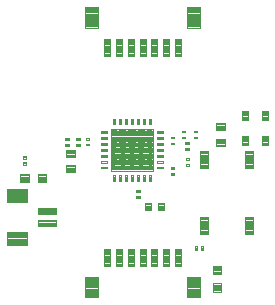
<source format=gbr>
G04 EAGLE Gerber RS-274X export*
G75*
%MOMM*%
%FSLAX34Y34*%
%LPD*%
%INSolderpaste Top*%
%IPPOS*%
%AMOC8*
5,1,8,0,0,1.08239X$1,22.5*%
G01*
%ADD10C,0.102000*%
%ADD11C,0.096000*%
%ADD12C,0.102500*%
%ADD13C,0.108000*%
%ADD14C,0.100800*%
%ADD15C,0.105000*%
%ADD16C,0.104000*%
%ADD17C,0.099059*%

G36*
X117526Y131812D02*
X117526Y131812D01*
X117529Y131811D01*
X117612Y131848D01*
X119026Y133262D01*
X119028Y133265D01*
X119030Y133266D01*
X119063Y133351D01*
X119063Y136397D01*
X119062Y136400D01*
X119063Y136403D01*
X119026Y136486D01*
X117612Y137900D01*
X117609Y137902D01*
X117608Y137904D01*
X117523Y137937D01*
X114477Y137937D01*
X114474Y137936D01*
X114471Y137937D01*
X114388Y137900D01*
X112974Y136486D01*
X112973Y136483D01*
X112970Y136482D01*
X112937Y136397D01*
X112937Y133351D01*
X112938Y133348D01*
X112937Y133345D01*
X112974Y133262D01*
X114388Y131848D01*
X114391Y131847D01*
X114392Y131844D01*
X114477Y131811D01*
X117523Y131811D01*
X117526Y131812D01*
G37*
G36*
X109652Y131812D02*
X109652Y131812D01*
X109655Y131811D01*
X109738Y131848D01*
X111152Y133262D01*
X111154Y133265D01*
X111156Y133266D01*
X111189Y133351D01*
X111189Y136397D01*
X111188Y136400D01*
X111189Y136403D01*
X111152Y136486D01*
X109738Y137900D01*
X109735Y137902D01*
X109734Y137904D01*
X109649Y137937D01*
X106603Y137937D01*
X106600Y137936D01*
X106597Y137937D01*
X106514Y137900D01*
X105100Y136486D01*
X105099Y136483D01*
X105096Y136482D01*
X105063Y136397D01*
X105063Y133351D01*
X105064Y133348D01*
X105063Y133345D01*
X105100Y133262D01*
X106514Y131848D01*
X106517Y131847D01*
X106518Y131844D01*
X106603Y131811D01*
X109649Y131811D01*
X109652Y131812D01*
G37*
G36*
X125400Y131812D02*
X125400Y131812D01*
X125403Y131811D01*
X125486Y131848D01*
X126900Y133262D01*
X126902Y133265D01*
X126904Y133266D01*
X126937Y133351D01*
X126937Y136397D01*
X126936Y136400D01*
X126937Y136403D01*
X126900Y136486D01*
X125486Y137900D01*
X125483Y137902D01*
X125482Y137904D01*
X125397Y137937D01*
X122351Y137937D01*
X122348Y137936D01*
X122345Y137937D01*
X122262Y137900D01*
X120848Y136486D01*
X120847Y136483D01*
X120844Y136482D01*
X120811Y136397D01*
X120811Y133351D01*
X120812Y133348D01*
X120811Y133345D01*
X120848Y133262D01*
X122262Y131848D01*
X122265Y131847D01*
X122266Y131844D01*
X122351Y131811D01*
X125397Y131811D01*
X125400Y131812D01*
G37*
G36*
X125400Y123938D02*
X125400Y123938D01*
X125403Y123937D01*
X125486Y123974D01*
X126900Y125388D01*
X126902Y125391D01*
X126904Y125392D01*
X126937Y125477D01*
X126937Y128523D01*
X126936Y128526D01*
X126937Y128529D01*
X126900Y128612D01*
X125486Y130026D01*
X125483Y130028D01*
X125482Y130030D01*
X125397Y130063D01*
X122351Y130063D01*
X122348Y130062D01*
X122345Y130063D01*
X122262Y130026D01*
X120848Y128612D01*
X120847Y128609D01*
X120844Y128608D01*
X120811Y128523D01*
X120811Y125477D01*
X120812Y125474D01*
X120811Y125471D01*
X120848Y125388D01*
X122262Y123974D01*
X122265Y123973D01*
X122266Y123970D01*
X122351Y123937D01*
X125397Y123937D01*
X125400Y123938D01*
G37*
G36*
X117526Y123938D02*
X117526Y123938D01*
X117529Y123937D01*
X117612Y123974D01*
X119026Y125388D01*
X119028Y125391D01*
X119030Y125392D01*
X119063Y125477D01*
X119063Y128523D01*
X119062Y128526D01*
X119063Y128529D01*
X119026Y128612D01*
X117612Y130026D01*
X117609Y130028D01*
X117608Y130030D01*
X117523Y130063D01*
X114477Y130063D01*
X114474Y130062D01*
X114471Y130063D01*
X114388Y130026D01*
X112974Y128612D01*
X112973Y128609D01*
X112970Y128608D01*
X112937Y128523D01*
X112937Y125477D01*
X112938Y125474D01*
X112937Y125471D01*
X112974Y125388D01*
X114388Y123974D01*
X114391Y123973D01*
X114392Y123970D01*
X114477Y123937D01*
X117523Y123937D01*
X117526Y123938D01*
G37*
G36*
X109652Y123938D02*
X109652Y123938D01*
X109655Y123937D01*
X109738Y123974D01*
X111152Y125388D01*
X111154Y125391D01*
X111156Y125392D01*
X111189Y125477D01*
X111189Y128523D01*
X111188Y128526D01*
X111189Y128529D01*
X111152Y128612D01*
X109738Y130026D01*
X109735Y130028D01*
X109734Y130030D01*
X109649Y130063D01*
X106603Y130063D01*
X106600Y130062D01*
X106597Y130063D01*
X106514Y130026D01*
X105100Y128612D01*
X105099Y128609D01*
X105096Y128608D01*
X105063Y128523D01*
X105063Y125477D01*
X105064Y125474D01*
X105063Y125471D01*
X105100Y125388D01*
X106514Y123974D01*
X106517Y123973D01*
X106518Y123970D01*
X106603Y123937D01*
X109649Y123937D01*
X109652Y123938D01*
G37*
G36*
X109652Y116064D02*
X109652Y116064D01*
X109655Y116063D01*
X109738Y116100D01*
X111152Y117514D01*
X111154Y117517D01*
X111156Y117518D01*
X111189Y117603D01*
X111189Y120649D01*
X111188Y120652D01*
X111189Y120655D01*
X111152Y120738D01*
X109738Y122152D01*
X109735Y122154D01*
X109734Y122156D01*
X109649Y122189D01*
X106603Y122189D01*
X106600Y122188D01*
X106597Y122189D01*
X106514Y122152D01*
X105100Y120738D01*
X105099Y120735D01*
X105096Y120734D01*
X105063Y120649D01*
X105063Y117603D01*
X105064Y117600D01*
X105063Y117597D01*
X105100Y117514D01*
X106514Y116100D01*
X106517Y116099D01*
X106518Y116096D01*
X106603Y116063D01*
X109649Y116063D01*
X109652Y116064D01*
G37*
G36*
X117526Y116064D02*
X117526Y116064D01*
X117529Y116063D01*
X117612Y116100D01*
X119026Y117514D01*
X119028Y117517D01*
X119030Y117518D01*
X119063Y117603D01*
X119063Y120649D01*
X119062Y120652D01*
X119063Y120655D01*
X119026Y120738D01*
X117612Y122152D01*
X117609Y122154D01*
X117608Y122156D01*
X117523Y122189D01*
X114477Y122189D01*
X114474Y122188D01*
X114471Y122189D01*
X114388Y122152D01*
X112974Y120738D01*
X112973Y120735D01*
X112970Y120734D01*
X112937Y120649D01*
X112937Y117603D01*
X112938Y117600D01*
X112937Y117597D01*
X112974Y117514D01*
X114388Y116100D01*
X114391Y116099D01*
X114392Y116096D01*
X114477Y116063D01*
X117523Y116063D01*
X117526Y116064D01*
G37*
G36*
X125400Y116064D02*
X125400Y116064D01*
X125403Y116063D01*
X125486Y116100D01*
X126900Y117514D01*
X126902Y117517D01*
X126904Y117518D01*
X126937Y117603D01*
X126937Y120649D01*
X126936Y120652D01*
X126937Y120655D01*
X126900Y120738D01*
X125486Y122152D01*
X125483Y122154D01*
X125482Y122156D01*
X125397Y122189D01*
X122351Y122189D01*
X122348Y122188D01*
X122345Y122189D01*
X122262Y122152D01*
X120848Y120738D01*
X120847Y120735D01*
X120844Y120734D01*
X120811Y120649D01*
X120811Y117603D01*
X120812Y117600D01*
X120811Y117597D01*
X120848Y117514D01*
X122262Y116100D01*
X122265Y116099D01*
X122266Y116096D01*
X122351Y116063D01*
X125397Y116063D01*
X125400Y116064D01*
G37*
G36*
X117526Y139686D02*
X117526Y139686D01*
X117529Y139685D01*
X117612Y139722D01*
X119026Y141136D01*
X119028Y141139D01*
X119030Y141140D01*
X119063Y141225D01*
X119063Y144251D01*
X119062Y144253D01*
X119063Y144255D01*
X119043Y144298D01*
X119025Y144341D01*
X119023Y144342D01*
X119022Y144344D01*
X118937Y144377D01*
X113063Y144377D01*
X113061Y144376D01*
X113059Y144377D01*
X113016Y144357D01*
X112972Y144339D01*
X112972Y144337D01*
X112970Y144336D01*
X112937Y144251D01*
X112937Y141225D01*
X112938Y141222D01*
X112937Y141219D01*
X112974Y141136D01*
X114388Y139722D01*
X114391Y139721D01*
X114392Y139718D01*
X114477Y139685D01*
X117523Y139685D01*
X117526Y139686D01*
G37*
G36*
X109652Y139686D02*
X109652Y139686D01*
X109655Y139685D01*
X109738Y139722D01*
X111152Y141136D01*
X111154Y141139D01*
X111156Y141140D01*
X111189Y141225D01*
X111189Y144251D01*
X111188Y144253D01*
X111189Y144255D01*
X111169Y144298D01*
X111151Y144341D01*
X111149Y144342D01*
X111148Y144344D01*
X111063Y144377D01*
X105189Y144377D01*
X105187Y144376D01*
X105185Y144377D01*
X105142Y144357D01*
X105098Y144339D01*
X105098Y144337D01*
X105096Y144336D01*
X105063Y144251D01*
X105063Y141225D01*
X105064Y141222D01*
X105063Y141219D01*
X105100Y141136D01*
X106514Y139722D01*
X106517Y139721D01*
X106518Y139718D01*
X106603Y139685D01*
X109649Y139685D01*
X109652Y139686D01*
G37*
G36*
X125400Y139686D02*
X125400Y139686D01*
X125403Y139685D01*
X125486Y139722D01*
X126900Y141136D01*
X126902Y141139D01*
X126904Y141140D01*
X126937Y141225D01*
X126937Y144251D01*
X126936Y144253D01*
X126937Y144255D01*
X126917Y144298D01*
X126899Y144341D01*
X126897Y144342D01*
X126896Y144344D01*
X126811Y144377D01*
X120937Y144377D01*
X120935Y144376D01*
X120933Y144377D01*
X120890Y144357D01*
X120846Y144339D01*
X120846Y144337D01*
X120844Y144336D01*
X120811Y144251D01*
X120811Y141225D01*
X120812Y141222D01*
X120811Y141219D01*
X120848Y141136D01*
X122262Y139722D01*
X122265Y139721D01*
X122266Y139718D01*
X122351Y139685D01*
X125397Y139685D01*
X125400Y139686D01*
G37*
G36*
X101778Y131812D02*
X101778Y131812D01*
X101781Y131811D01*
X101864Y131848D01*
X103278Y133262D01*
X103280Y133265D01*
X103282Y133266D01*
X103315Y133351D01*
X103315Y136397D01*
X103314Y136400D01*
X103315Y136403D01*
X103278Y136486D01*
X101864Y137900D01*
X101861Y137902D01*
X101860Y137904D01*
X101775Y137937D01*
X98749Y137937D01*
X98747Y137936D01*
X98745Y137937D01*
X98702Y137917D01*
X98659Y137899D01*
X98658Y137897D01*
X98656Y137896D01*
X98623Y137811D01*
X98623Y131937D01*
X98624Y131935D01*
X98623Y131933D01*
X98643Y131890D01*
X98661Y131846D01*
X98664Y131846D01*
X98664Y131844D01*
X98749Y131811D01*
X101775Y131811D01*
X101778Y131812D01*
G37*
G36*
X133253Y131812D02*
X133253Y131812D01*
X133255Y131811D01*
X133298Y131831D01*
X133341Y131849D01*
X133342Y131851D01*
X133344Y131852D01*
X133377Y131937D01*
X133377Y137811D01*
X133376Y137813D01*
X133377Y137815D01*
X133357Y137858D01*
X133339Y137902D01*
X133337Y137902D01*
X133336Y137904D01*
X133251Y137937D01*
X130225Y137937D01*
X130222Y137936D01*
X130219Y137937D01*
X130136Y137900D01*
X128722Y136486D01*
X128721Y136483D01*
X128718Y136482D01*
X128685Y136397D01*
X128685Y133351D01*
X128686Y133348D01*
X128685Y133345D01*
X128722Y133262D01*
X130136Y131848D01*
X130139Y131847D01*
X130140Y131844D01*
X130225Y131811D01*
X133251Y131811D01*
X133253Y131812D01*
G37*
G36*
X133253Y123938D02*
X133253Y123938D01*
X133255Y123937D01*
X133298Y123957D01*
X133341Y123975D01*
X133342Y123977D01*
X133344Y123978D01*
X133377Y124063D01*
X133377Y129937D01*
X133376Y129939D01*
X133377Y129941D01*
X133357Y129984D01*
X133339Y130028D01*
X133337Y130028D01*
X133336Y130030D01*
X133251Y130063D01*
X130225Y130063D01*
X130222Y130062D01*
X130219Y130063D01*
X130136Y130026D01*
X128722Y128612D01*
X128721Y128609D01*
X128718Y128608D01*
X128685Y128523D01*
X128685Y125477D01*
X128686Y125474D01*
X128685Y125471D01*
X128722Y125388D01*
X130136Y123974D01*
X130139Y123973D01*
X130140Y123970D01*
X130225Y123937D01*
X133251Y123937D01*
X133253Y123938D01*
G37*
G36*
X101778Y123938D02*
X101778Y123938D01*
X101781Y123937D01*
X101864Y123974D01*
X103278Y125388D01*
X103280Y125391D01*
X103282Y125392D01*
X103315Y125477D01*
X103315Y128523D01*
X103314Y128526D01*
X103315Y128529D01*
X103278Y128612D01*
X101864Y130026D01*
X101861Y130028D01*
X101860Y130030D01*
X101775Y130063D01*
X98749Y130063D01*
X98747Y130062D01*
X98745Y130063D01*
X98702Y130043D01*
X98659Y130025D01*
X98658Y130023D01*
X98656Y130022D01*
X98623Y129937D01*
X98623Y124063D01*
X98624Y124061D01*
X98623Y124059D01*
X98643Y124016D01*
X98661Y123972D01*
X98664Y123972D01*
X98664Y123970D01*
X98749Y123937D01*
X101775Y123937D01*
X101778Y123938D01*
G37*
G36*
X133253Y116064D02*
X133253Y116064D01*
X133255Y116063D01*
X133298Y116083D01*
X133341Y116101D01*
X133342Y116103D01*
X133344Y116104D01*
X133377Y116189D01*
X133377Y122063D01*
X133376Y122065D01*
X133377Y122067D01*
X133357Y122110D01*
X133339Y122154D01*
X133337Y122154D01*
X133336Y122156D01*
X133251Y122189D01*
X130225Y122189D01*
X130222Y122188D01*
X130219Y122189D01*
X130136Y122152D01*
X128722Y120738D01*
X128721Y120735D01*
X128718Y120734D01*
X128685Y120649D01*
X128685Y117603D01*
X128686Y117600D01*
X128685Y117597D01*
X128722Y117514D01*
X130136Y116100D01*
X130139Y116099D01*
X130140Y116096D01*
X130225Y116063D01*
X133251Y116063D01*
X133253Y116064D01*
G37*
G36*
X101778Y116064D02*
X101778Y116064D01*
X101781Y116063D01*
X101864Y116100D01*
X103278Y117514D01*
X103280Y117517D01*
X103282Y117518D01*
X103315Y117603D01*
X103315Y120649D01*
X103314Y120652D01*
X103315Y120655D01*
X103278Y120738D01*
X101864Y122152D01*
X101861Y122154D01*
X101860Y122156D01*
X101775Y122189D01*
X98749Y122189D01*
X98747Y122188D01*
X98745Y122189D01*
X98702Y122169D01*
X98659Y122151D01*
X98658Y122149D01*
X98656Y122148D01*
X98623Y122063D01*
X98623Y116189D01*
X98624Y116187D01*
X98623Y116185D01*
X98643Y116142D01*
X98661Y116098D01*
X98664Y116098D01*
X98664Y116096D01*
X98749Y116063D01*
X101775Y116063D01*
X101778Y116064D01*
G37*
G36*
X118939Y109624D02*
X118939Y109624D01*
X118941Y109623D01*
X118984Y109643D01*
X119028Y109661D01*
X119028Y109664D01*
X119030Y109664D01*
X119063Y109749D01*
X119063Y112775D01*
X119062Y112778D01*
X119063Y112781D01*
X119026Y112864D01*
X117612Y114278D01*
X117609Y114280D01*
X117608Y114282D01*
X117523Y114315D01*
X114477Y114315D01*
X114474Y114314D01*
X114471Y114315D01*
X114388Y114278D01*
X112974Y112864D01*
X112973Y112861D01*
X112970Y112860D01*
X112937Y112775D01*
X112937Y109749D01*
X112938Y109747D01*
X112937Y109745D01*
X112957Y109702D01*
X112975Y109659D01*
X112977Y109658D01*
X112978Y109656D01*
X113063Y109623D01*
X118937Y109623D01*
X118939Y109624D01*
G37*
G36*
X111065Y109624D02*
X111065Y109624D01*
X111067Y109623D01*
X111110Y109643D01*
X111154Y109661D01*
X111154Y109664D01*
X111156Y109664D01*
X111189Y109749D01*
X111189Y112775D01*
X111188Y112778D01*
X111189Y112781D01*
X111152Y112864D01*
X109738Y114278D01*
X109735Y114280D01*
X109734Y114282D01*
X109649Y114315D01*
X106603Y114315D01*
X106600Y114314D01*
X106597Y114315D01*
X106514Y114278D01*
X105100Y112864D01*
X105099Y112861D01*
X105096Y112860D01*
X105063Y112775D01*
X105063Y109749D01*
X105064Y109747D01*
X105063Y109745D01*
X105083Y109702D01*
X105101Y109659D01*
X105103Y109658D01*
X105104Y109656D01*
X105189Y109623D01*
X111063Y109623D01*
X111065Y109624D01*
G37*
G36*
X126813Y109624D02*
X126813Y109624D01*
X126815Y109623D01*
X126858Y109643D01*
X126902Y109661D01*
X126902Y109664D01*
X126904Y109664D01*
X126937Y109749D01*
X126937Y112775D01*
X126936Y112778D01*
X126937Y112781D01*
X126900Y112864D01*
X125486Y114278D01*
X125483Y114280D01*
X125482Y114282D01*
X125397Y114315D01*
X122351Y114315D01*
X122348Y114314D01*
X122345Y114315D01*
X122262Y114278D01*
X120848Y112864D01*
X120847Y112861D01*
X120844Y112860D01*
X120811Y112775D01*
X120811Y109749D01*
X120812Y109747D01*
X120811Y109745D01*
X120831Y109702D01*
X120849Y109659D01*
X120851Y109658D01*
X120852Y109656D01*
X120937Y109623D01*
X126811Y109623D01*
X126813Y109624D01*
G37*
G36*
X101778Y139686D02*
X101778Y139686D01*
X101781Y139685D01*
X101864Y139722D01*
X103278Y141136D01*
X103280Y141139D01*
X103282Y141140D01*
X103315Y141225D01*
X103315Y144251D01*
X103314Y144253D01*
X103315Y144255D01*
X103295Y144298D01*
X103277Y144341D01*
X103275Y144342D01*
X103274Y144344D01*
X103189Y144377D01*
X98749Y144377D01*
X98747Y144376D01*
X98745Y144377D01*
X98702Y144357D01*
X98659Y144339D01*
X98658Y144337D01*
X98656Y144336D01*
X98623Y144251D01*
X98623Y139811D01*
X98624Y139809D01*
X98623Y139807D01*
X98643Y139764D01*
X98661Y139720D01*
X98664Y139720D01*
X98664Y139718D01*
X98749Y139685D01*
X101775Y139685D01*
X101778Y139686D01*
G37*
G36*
X133253Y139686D02*
X133253Y139686D01*
X133255Y139685D01*
X133298Y139705D01*
X133341Y139723D01*
X133342Y139725D01*
X133344Y139726D01*
X133377Y139811D01*
X133377Y144251D01*
X133376Y144253D01*
X133377Y144255D01*
X133357Y144298D01*
X133339Y144341D01*
X133337Y144342D01*
X133336Y144344D01*
X133251Y144377D01*
X128811Y144377D01*
X128809Y144376D01*
X128807Y144377D01*
X128764Y144357D01*
X128720Y144339D01*
X128720Y144337D01*
X128718Y144336D01*
X128685Y144251D01*
X128685Y141225D01*
X128686Y141222D01*
X128685Y141219D01*
X128722Y141136D01*
X130136Y139722D01*
X130139Y139721D01*
X130140Y139718D01*
X130225Y139685D01*
X133251Y139685D01*
X133253Y139686D01*
G37*
G36*
X133253Y109624D02*
X133253Y109624D01*
X133255Y109623D01*
X133298Y109643D01*
X133341Y109661D01*
X133342Y109664D01*
X133344Y109664D01*
X133377Y109749D01*
X133377Y114189D01*
X133376Y114191D01*
X133377Y114193D01*
X133357Y114236D01*
X133339Y114280D01*
X133337Y114280D01*
X133336Y114282D01*
X133251Y114315D01*
X130225Y114315D01*
X130222Y114314D01*
X130219Y114315D01*
X130136Y114278D01*
X128722Y112864D01*
X128721Y112861D01*
X128718Y112860D01*
X128685Y112775D01*
X128685Y109749D01*
X128686Y109747D01*
X128685Y109745D01*
X128705Y109702D01*
X128723Y109659D01*
X128725Y109658D01*
X128726Y109656D01*
X128811Y109623D01*
X133251Y109623D01*
X133253Y109624D01*
G37*
G36*
X103191Y109624D02*
X103191Y109624D01*
X103193Y109623D01*
X103236Y109643D01*
X103280Y109661D01*
X103280Y109664D01*
X103282Y109664D01*
X103315Y109749D01*
X103315Y112775D01*
X103314Y112778D01*
X103315Y112781D01*
X103278Y112864D01*
X101864Y114278D01*
X101861Y114280D01*
X101860Y114282D01*
X101775Y114315D01*
X98749Y114315D01*
X98747Y114314D01*
X98745Y114315D01*
X98702Y114295D01*
X98659Y114277D01*
X98658Y114275D01*
X98656Y114274D01*
X98623Y114189D01*
X98623Y109749D01*
X98624Y109747D01*
X98623Y109745D01*
X98643Y109702D01*
X98661Y109659D01*
X98664Y109658D01*
X98664Y109656D01*
X98749Y109623D01*
X103189Y109623D01*
X103191Y109624D01*
G37*
D10*
X36860Y62510D02*
X36860Y67490D01*
X51340Y67490D01*
X51340Y62510D01*
X36860Y62510D01*
X36860Y63479D02*
X51340Y63479D01*
X51340Y64448D02*
X36860Y64448D01*
X36860Y65417D02*
X51340Y65417D01*
X51340Y66386D02*
X36860Y66386D01*
X36860Y67355D02*
X51340Y67355D01*
X36860Y72510D02*
X36860Y77490D01*
X51340Y77490D01*
X51340Y72510D01*
X36860Y72510D01*
X36860Y73479D02*
X51340Y73479D01*
X51340Y74448D02*
X36860Y74448D01*
X36860Y75417D02*
X51340Y75417D01*
X51340Y76386D02*
X36860Y76386D01*
X36860Y77355D02*
X51340Y77355D01*
D11*
X10330Y57520D02*
X10330Y46480D01*
X10330Y57520D02*
X27370Y57520D01*
X27370Y46480D01*
X10330Y46480D01*
X10330Y47392D02*
X27370Y47392D01*
X27370Y48304D02*
X10330Y48304D01*
X10330Y49216D02*
X27370Y49216D01*
X27370Y50128D02*
X10330Y50128D01*
X10330Y51040D02*
X27370Y51040D01*
X27370Y51952D02*
X10330Y51952D01*
X10330Y52864D02*
X27370Y52864D01*
X27370Y53776D02*
X10330Y53776D01*
X10330Y54688D02*
X27370Y54688D01*
X27370Y55600D02*
X10330Y55600D01*
X10330Y56512D02*
X27370Y56512D01*
X27370Y57424D02*
X10330Y57424D01*
X10330Y82480D02*
X10330Y93520D01*
X27370Y93520D01*
X27370Y82480D01*
X10330Y82480D01*
X10330Y83392D02*
X27370Y83392D01*
X27370Y84304D02*
X10330Y84304D01*
X10330Y85216D02*
X27370Y85216D01*
X27370Y86128D02*
X10330Y86128D01*
X10330Y87040D02*
X27370Y87040D01*
X27370Y87952D02*
X10330Y87952D01*
X10330Y88864D02*
X27370Y88864D01*
X27370Y89776D02*
X10330Y89776D01*
X10330Y90688D02*
X27370Y90688D01*
X27370Y91600D02*
X10330Y91600D01*
X10330Y92512D02*
X27370Y92512D01*
X27370Y93424D02*
X10330Y93424D01*
D10*
X152510Y28860D02*
X157490Y28860D01*
X152510Y28860D02*
X152510Y43340D01*
X157490Y43340D01*
X157490Y28860D01*
X157490Y29829D02*
X152510Y29829D01*
X152510Y30798D02*
X157490Y30798D01*
X157490Y31767D02*
X152510Y31767D01*
X152510Y32736D02*
X157490Y32736D01*
X157490Y33705D02*
X152510Y33705D01*
X152510Y34674D02*
X157490Y34674D01*
X157490Y35643D02*
X152510Y35643D01*
X152510Y36612D02*
X157490Y36612D01*
X157490Y37581D02*
X152510Y37581D01*
X152510Y38550D02*
X157490Y38550D01*
X157490Y39519D02*
X152510Y39519D01*
X152510Y40488D02*
X157490Y40488D01*
X157490Y41457D02*
X152510Y41457D01*
X152510Y42426D02*
X157490Y42426D01*
X147490Y28860D02*
X142510Y28860D01*
X142510Y43340D01*
X147490Y43340D01*
X147490Y28860D01*
X147490Y29829D02*
X142510Y29829D01*
X142510Y30798D02*
X147490Y30798D01*
X147490Y31767D02*
X142510Y31767D01*
X142510Y32736D02*
X147490Y32736D01*
X147490Y33705D02*
X142510Y33705D01*
X142510Y34674D02*
X147490Y34674D01*
X147490Y35643D02*
X142510Y35643D01*
X142510Y36612D02*
X147490Y36612D01*
X147490Y37581D02*
X142510Y37581D01*
X142510Y38550D02*
X147490Y38550D01*
X147490Y39519D02*
X142510Y39519D01*
X142510Y40488D02*
X147490Y40488D01*
X147490Y41457D02*
X142510Y41457D01*
X142510Y42426D02*
X147490Y42426D01*
X137490Y28860D02*
X132510Y28860D01*
X132510Y43340D01*
X137490Y43340D01*
X137490Y28860D01*
X137490Y29829D02*
X132510Y29829D01*
X132510Y30798D02*
X137490Y30798D01*
X137490Y31767D02*
X132510Y31767D01*
X132510Y32736D02*
X137490Y32736D01*
X137490Y33705D02*
X132510Y33705D01*
X132510Y34674D02*
X137490Y34674D01*
X137490Y35643D02*
X132510Y35643D01*
X132510Y36612D02*
X137490Y36612D01*
X137490Y37581D02*
X132510Y37581D01*
X132510Y38550D02*
X137490Y38550D01*
X137490Y39519D02*
X132510Y39519D01*
X132510Y40488D02*
X137490Y40488D01*
X137490Y41457D02*
X132510Y41457D01*
X132510Y42426D02*
X137490Y42426D01*
X127490Y28860D02*
X122510Y28860D01*
X122510Y43340D01*
X127490Y43340D01*
X127490Y28860D01*
X127490Y29829D02*
X122510Y29829D01*
X122510Y30798D02*
X127490Y30798D01*
X127490Y31767D02*
X122510Y31767D01*
X122510Y32736D02*
X127490Y32736D01*
X127490Y33705D02*
X122510Y33705D01*
X122510Y34674D02*
X127490Y34674D01*
X127490Y35643D02*
X122510Y35643D01*
X122510Y36612D02*
X127490Y36612D01*
X127490Y37581D02*
X122510Y37581D01*
X122510Y38550D02*
X127490Y38550D01*
X127490Y39519D02*
X122510Y39519D01*
X122510Y40488D02*
X127490Y40488D01*
X127490Y41457D02*
X122510Y41457D01*
X122510Y42426D02*
X127490Y42426D01*
X117490Y28860D02*
X112510Y28860D01*
X112510Y43340D01*
X117490Y43340D01*
X117490Y28860D01*
X117490Y29829D02*
X112510Y29829D01*
X112510Y30798D02*
X117490Y30798D01*
X117490Y31767D02*
X112510Y31767D01*
X112510Y32736D02*
X117490Y32736D01*
X117490Y33705D02*
X112510Y33705D01*
X112510Y34674D02*
X117490Y34674D01*
X117490Y35643D02*
X112510Y35643D01*
X112510Y36612D02*
X117490Y36612D01*
X117490Y37581D02*
X112510Y37581D01*
X112510Y38550D02*
X117490Y38550D01*
X117490Y39519D02*
X112510Y39519D01*
X112510Y40488D02*
X117490Y40488D01*
X117490Y41457D02*
X112510Y41457D01*
X112510Y42426D02*
X117490Y42426D01*
X107490Y28860D02*
X102510Y28860D01*
X102510Y43340D01*
X107490Y43340D01*
X107490Y28860D01*
X107490Y29829D02*
X102510Y29829D01*
X102510Y30798D02*
X107490Y30798D01*
X107490Y31767D02*
X102510Y31767D01*
X102510Y32736D02*
X107490Y32736D01*
X107490Y33705D02*
X102510Y33705D01*
X102510Y34674D02*
X107490Y34674D01*
X107490Y35643D02*
X102510Y35643D01*
X102510Y36612D02*
X107490Y36612D01*
X107490Y37581D02*
X102510Y37581D01*
X102510Y38550D02*
X107490Y38550D01*
X107490Y39519D02*
X102510Y39519D01*
X102510Y40488D02*
X107490Y40488D01*
X107490Y41457D02*
X102510Y41457D01*
X102510Y42426D02*
X107490Y42426D01*
X97490Y28860D02*
X92510Y28860D01*
X92510Y43340D01*
X97490Y43340D01*
X97490Y28860D01*
X97490Y29829D02*
X92510Y29829D01*
X92510Y30798D02*
X97490Y30798D01*
X97490Y31767D02*
X92510Y31767D01*
X92510Y32736D02*
X97490Y32736D01*
X97490Y33705D02*
X92510Y33705D01*
X92510Y34674D02*
X97490Y34674D01*
X97490Y35643D02*
X92510Y35643D01*
X92510Y36612D02*
X97490Y36612D01*
X97490Y37581D02*
X92510Y37581D01*
X92510Y38550D02*
X97490Y38550D01*
X97490Y39519D02*
X92510Y39519D01*
X92510Y40488D02*
X97490Y40488D01*
X97490Y41457D02*
X92510Y41457D01*
X92510Y42426D02*
X97490Y42426D01*
D11*
X162480Y2330D02*
X173520Y2330D01*
X162480Y2330D02*
X162480Y19370D01*
X173520Y19370D01*
X173520Y2330D01*
X173520Y3242D02*
X162480Y3242D01*
X162480Y4154D02*
X173520Y4154D01*
X173520Y5066D02*
X162480Y5066D01*
X162480Y5978D02*
X173520Y5978D01*
X173520Y6890D02*
X162480Y6890D01*
X162480Y7802D02*
X173520Y7802D01*
X173520Y8714D02*
X162480Y8714D01*
X162480Y9626D02*
X173520Y9626D01*
X173520Y10538D02*
X162480Y10538D01*
X162480Y11450D02*
X173520Y11450D01*
X173520Y12362D02*
X162480Y12362D01*
X162480Y13274D02*
X173520Y13274D01*
X173520Y14186D02*
X162480Y14186D01*
X162480Y15098D02*
X173520Y15098D01*
X173520Y16010D02*
X162480Y16010D01*
X162480Y16922D02*
X173520Y16922D01*
X173520Y17834D02*
X162480Y17834D01*
X162480Y18746D02*
X173520Y18746D01*
X87520Y2330D02*
X76480Y2330D01*
X76480Y19370D01*
X87520Y19370D01*
X87520Y2330D01*
X87520Y3242D02*
X76480Y3242D01*
X76480Y4154D02*
X87520Y4154D01*
X87520Y5066D02*
X76480Y5066D01*
X76480Y5978D02*
X87520Y5978D01*
X87520Y6890D02*
X76480Y6890D01*
X76480Y7802D02*
X87520Y7802D01*
X87520Y8714D02*
X76480Y8714D01*
X76480Y9626D02*
X87520Y9626D01*
X87520Y10538D02*
X76480Y10538D01*
X76480Y11450D02*
X87520Y11450D01*
X87520Y12362D02*
X76480Y12362D01*
X76480Y13274D02*
X87520Y13274D01*
X87520Y14186D02*
X76480Y14186D01*
X76480Y15098D02*
X87520Y15098D01*
X87520Y16010D02*
X76480Y16010D01*
X76480Y16922D02*
X87520Y16922D01*
X87520Y17834D02*
X76480Y17834D01*
X76480Y18746D02*
X87520Y18746D01*
D10*
X92510Y221140D02*
X97490Y221140D01*
X97490Y206660D01*
X92510Y206660D01*
X92510Y221140D01*
X92510Y207629D02*
X97490Y207629D01*
X97490Y208598D02*
X92510Y208598D01*
X92510Y209567D02*
X97490Y209567D01*
X97490Y210536D02*
X92510Y210536D01*
X92510Y211505D02*
X97490Y211505D01*
X97490Y212474D02*
X92510Y212474D01*
X92510Y213443D02*
X97490Y213443D01*
X97490Y214412D02*
X92510Y214412D01*
X92510Y215381D02*
X97490Y215381D01*
X97490Y216350D02*
X92510Y216350D01*
X92510Y217319D02*
X97490Y217319D01*
X97490Y218288D02*
X92510Y218288D01*
X92510Y219257D02*
X97490Y219257D01*
X97490Y220226D02*
X92510Y220226D01*
X102510Y221140D02*
X107490Y221140D01*
X107490Y206660D01*
X102510Y206660D01*
X102510Y221140D01*
X102510Y207629D02*
X107490Y207629D01*
X107490Y208598D02*
X102510Y208598D01*
X102510Y209567D02*
X107490Y209567D01*
X107490Y210536D02*
X102510Y210536D01*
X102510Y211505D02*
X107490Y211505D01*
X107490Y212474D02*
X102510Y212474D01*
X102510Y213443D02*
X107490Y213443D01*
X107490Y214412D02*
X102510Y214412D01*
X102510Y215381D02*
X107490Y215381D01*
X107490Y216350D02*
X102510Y216350D01*
X102510Y217319D02*
X107490Y217319D01*
X107490Y218288D02*
X102510Y218288D01*
X102510Y219257D02*
X107490Y219257D01*
X107490Y220226D02*
X102510Y220226D01*
X112510Y221140D02*
X117490Y221140D01*
X117490Y206660D01*
X112510Y206660D01*
X112510Y221140D01*
X112510Y207629D02*
X117490Y207629D01*
X117490Y208598D02*
X112510Y208598D01*
X112510Y209567D02*
X117490Y209567D01*
X117490Y210536D02*
X112510Y210536D01*
X112510Y211505D02*
X117490Y211505D01*
X117490Y212474D02*
X112510Y212474D01*
X112510Y213443D02*
X117490Y213443D01*
X117490Y214412D02*
X112510Y214412D01*
X112510Y215381D02*
X117490Y215381D01*
X117490Y216350D02*
X112510Y216350D01*
X112510Y217319D02*
X117490Y217319D01*
X117490Y218288D02*
X112510Y218288D01*
X112510Y219257D02*
X117490Y219257D01*
X117490Y220226D02*
X112510Y220226D01*
X122510Y221140D02*
X127490Y221140D01*
X127490Y206660D01*
X122510Y206660D01*
X122510Y221140D01*
X122510Y207629D02*
X127490Y207629D01*
X127490Y208598D02*
X122510Y208598D01*
X122510Y209567D02*
X127490Y209567D01*
X127490Y210536D02*
X122510Y210536D01*
X122510Y211505D02*
X127490Y211505D01*
X127490Y212474D02*
X122510Y212474D01*
X122510Y213443D02*
X127490Y213443D01*
X127490Y214412D02*
X122510Y214412D01*
X122510Y215381D02*
X127490Y215381D01*
X127490Y216350D02*
X122510Y216350D01*
X122510Y217319D02*
X127490Y217319D01*
X127490Y218288D02*
X122510Y218288D01*
X122510Y219257D02*
X127490Y219257D01*
X127490Y220226D02*
X122510Y220226D01*
X132510Y221140D02*
X137490Y221140D01*
X137490Y206660D01*
X132510Y206660D01*
X132510Y221140D01*
X132510Y207629D02*
X137490Y207629D01*
X137490Y208598D02*
X132510Y208598D01*
X132510Y209567D02*
X137490Y209567D01*
X137490Y210536D02*
X132510Y210536D01*
X132510Y211505D02*
X137490Y211505D01*
X137490Y212474D02*
X132510Y212474D01*
X132510Y213443D02*
X137490Y213443D01*
X137490Y214412D02*
X132510Y214412D01*
X132510Y215381D02*
X137490Y215381D01*
X137490Y216350D02*
X132510Y216350D01*
X132510Y217319D02*
X137490Y217319D01*
X137490Y218288D02*
X132510Y218288D01*
X132510Y219257D02*
X137490Y219257D01*
X137490Y220226D02*
X132510Y220226D01*
X142510Y221140D02*
X147490Y221140D01*
X147490Y206660D01*
X142510Y206660D01*
X142510Y221140D01*
X142510Y207629D02*
X147490Y207629D01*
X147490Y208598D02*
X142510Y208598D01*
X142510Y209567D02*
X147490Y209567D01*
X147490Y210536D02*
X142510Y210536D01*
X142510Y211505D02*
X147490Y211505D01*
X147490Y212474D02*
X142510Y212474D01*
X142510Y213443D02*
X147490Y213443D01*
X147490Y214412D02*
X142510Y214412D01*
X142510Y215381D02*
X147490Y215381D01*
X147490Y216350D02*
X142510Y216350D01*
X142510Y217319D02*
X147490Y217319D01*
X147490Y218288D02*
X142510Y218288D01*
X142510Y219257D02*
X147490Y219257D01*
X147490Y220226D02*
X142510Y220226D01*
X152510Y221140D02*
X157490Y221140D01*
X157490Y206660D01*
X152510Y206660D01*
X152510Y221140D01*
X152510Y207629D02*
X157490Y207629D01*
X157490Y208598D02*
X152510Y208598D01*
X152510Y209567D02*
X157490Y209567D01*
X157490Y210536D02*
X152510Y210536D01*
X152510Y211505D02*
X157490Y211505D01*
X157490Y212474D02*
X152510Y212474D01*
X152510Y213443D02*
X157490Y213443D01*
X157490Y214412D02*
X152510Y214412D01*
X152510Y215381D02*
X157490Y215381D01*
X157490Y216350D02*
X152510Y216350D01*
X152510Y217319D02*
X157490Y217319D01*
X157490Y218288D02*
X152510Y218288D01*
X152510Y219257D02*
X157490Y219257D01*
X157490Y220226D02*
X152510Y220226D01*
D11*
X87520Y247670D02*
X76480Y247670D01*
X87520Y247670D02*
X87520Y230630D01*
X76480Y230630D01*
X76480Y247670D01*
X76480Y231542D02*
X87520Y231542D01*
X87520Y232454D02*
X76480Y232454D01*
X76480Y233366D02*
X87520Y233366D01*
X87520Y234278D02*
X76480Y234278D01*
X76480Y235190D02*
X87520Y235190D01*
X87520Y236102D02*
X76480Y236102D01*
X76480Y237014D02*
X87520Y237014D01*
X87520Y237926D02*
X76480Y237926D01*
X76480Y238838D02*
X87520Y238838D01*
X87520Y239750D02*
X76480Y239750D01*
X76480Y240662D02*
X87520Y240662D01*
X87520Y241574D02*
X76480Y241574D01*
X76480Y242486D02*
X87520Y242486D01*
X87520Y243398D02*
X76480Y243398D01*
X76480Y244310D02*
X87520Y244310D01*
X87520Y245222D02*
X76480Y245222D01*
X76480Y246134D02*
X87520Y246134D01*
X87520Y247046D02*
X76480Y247046D01*
X162480Y247670D02*
X173520Y247670D01*
X173520Y230630D01*
X162480Y230630D01*
X162480Y247670D01*
X162480Y231542D02*
X173520Y231542D01*
X173520Y232454D02*
X162480Y232454D01*
X162480Y233366D02*
X173520Y233366D01*
X173520Y234278D02*
X162480Y234278D01*
X162480Y235190D02*
X173520Y235190D01*
X173520Y236102D02*
X162480Y236102D01*
X162480Y237014D02*
X173520Y237014D01*
X173520Y237926D02*
X162480Y237926D01*
X162480Y238838D02*
X173520Y238838D01*
X173520Y239750D02*
X162480Y239750D01*
X162480Y240662D02*
X173520Y240662D01*
X173520Y241574D02*
X162480Y241574D01*
X162480Y242486D02*
X173520Y242486D01*
X173520Y243398D02*
X162480Y243398D01*
X162480Y244310D02*
X173520Y244310D01*
X173520Y245222D02*
X162480Y245222D01*
X162480Y246134D02*
X173520Y246134D01*
X173520Y247046D02*
X162480Y247046D01*
D12*
X131738Y153488D02*
X130262Y153488D01*
X131738Y153488D02*
X131738Y148512D01*
X130262Y148512D01*
X130262Y153488D01*
X130262Y149486D02*
X131738Y149486D01*
X131738Y150460D02*
X130262Y150460D01*
X130262Y151434D02*
X131738Y151434D01*
X131738Y152408D02*
X130262Y152408D01*
X130262Y153382D02*
X131738Y153382D01*
X126738Y153488D02*
X125262Y153488D01*
X126738Y153488D02*
X126738Y148512D01*
X125262Y148512D01*
X125262Y153488D01*
X125262Y149486D02*
X126738Y149486D01*
X126738Y150460D02*
X125262Y150460D01*
X125262Y151434D02*
X126738Y151434D01*
X126738Y152408D02*
X125262Y152408D01*
X125262Y153382D02*
X126738Y153382D01*
X121738Y153488D02*
X120262Y153488D01*
X121738Y153488D02*
X121738Y148512D01*
X120262Y148512D01*
X120262Y153488D01*
X120262Y149486D02*
X121738Y149486D01*
X121738Y150460D02*
X120262Y150460D01*
X120262Y151434D02*
X121738Y151434D01*
X121738Y152408D02*
X120262Y152408D01*
X120262Y153382D02*
X121738Y153382D01*
X116738Y153488D02*
X115262Y153488D01*
X116738Y153488D02*
X116738Y148512D01*
X115262Y148512D01*
X115262Y153488D01*
X115262Y149486D02*
X116738Y149486D01*
X116738Y150460D02*
X115262Y150460D01*
X115262Y151434D02*
X116738Y151434D01*
X116738Y152408D02*
X115262Y152408D01*
X115262Y153382D02*
X116738Y153382D01*
X111738Y153488D02*
X110262Y153488D01*
X111738Y153488D02*
X111738Y148512D01*
X110262Y148512D01*
X110262Y153488D01*
X110262Y149486D02*
X111738Y149486D01*
X111738Y150460D02*
X110262Y150460D01*
X110262Y151434D02*
X111738Y151434D01*
X111738Y152408D02*
X110262Y152408D01*
X110262Y153382D02*
X111738Y153382D01*
X106738Y153488D02*
X105262Y153488D01*
X106738Y153488D02*
X106738Y148512D01*
X105262Y148512D01*
X105262Y153488D01*
X105262Y149486D02*
X106738Y149486D01*
X106738Y150460D02*
X105262Y150460D01*
X105262Y151434D02*
X106738Y151434D01*
X106738Y152408D02*
X105262Y152408D01*
X105262Y153382D02*
X106738Y153382D01*
X101738Y153488D02*
X100262Y153488D01*
X101738Y153488D02*
X101738Y148512D01*
X100262Y148512D01*
X100262Y153488D01*
X100262Y149486D02*
X101738Y149486D01*
X101738Y150460D02*
X100262Y150460D01*
X100262Y151434D02*
X101738Y151434D01*
X101738Y152408D02*
X100262Y152408D01*
X100262Y153382D02*
X101738Y153382D01*
X94488Y142738D02*
X94488Y141262D01*
X89512Y141262D01*
X89512Y142738D01*
X94488Y142738D01*
X94488Y142236D02*
X89512Y142236D01*
X94488Y137738D02*
X94488Y136262D01*
X89512Y136262D01*
X89512Y137738D01*
X94488Y137738D01*
X94488Y137236D02*
X89512Y137236D01*
X94488Y132738D02*
X94488Y131262D01*
X89512Y131262D01*
X89512Y132738D01*
X94488Y132738D01*
X94488Y132236D02*
X89512Y132236D01*
X94488Y127738D02*
X94488Y126262D01*
X89512Y126262D01*
X89512Y127738D01*
X94488Y127738D01*
X94488Y127236D02*
X89512Y127236D01*
X94488Y122738D02*
X94488Y121262D01*
X89512Y121262D01*
X89512Y122738D01*
X94488Y122738D01*
X94488Y122236D02*
X89512Y122236D01*
X94488Y117738D02*
X94488Y116262D01*
X89512Y116262D01*
X89512Y117738D01*
X94488Y117738D01*
X94488Y117236D02*
X89512Y117236D01*
X94488Y112738D02*
X94488Y111262D01*
X89512Y111262D01*
X89512Y112738D01*
X94488Y112738D01*
X94488Y112236D02*
X89512Y112236D01*
X100262Y105488D02*
X101738Y105488D01*
X101738Y100512D01*
X100262Y100512D01*
X100262Y105488D01*
X100262Y101486D02*
X101738Y101486D01*
X101738Y102460D02*
X100262Y102460D01*
X100262Y103434D02*
X101738Y103434D01*
X101738Y104408D02*
X100262Y104408D01*
X100262Y105382D02*
X101738Y105382D01*
X105262Y105488D02*
X106738Y105488D01*
X106738Y100512D01*
X105262Y100512D01*
X105262Y105488D01*
X105262Y101486D02*
X106738Y101486D01*
X106738Y102460D02*
X105262Y102460D01*
X105262Y103434D02*
X106738Y103434D01*
X106738Y104408D02*
X105262Y104408D01*
X105262Y105382D02*
X106738Y105382D01*
X110262Y105488D02*
X111738Y105488D01*
X111738Y100512D01*
X110262Y100512D01*
X110262Y105488D01*
X110262Y101486D02*
X111738Y101486D01*
X111738Y102460D02*
X110262Y102460D01*
X110262Y103434D02*
X111738Y103434D01*
X111738Y104408D02*
X110262Y104408D01*
X110262Y105382D02*
X111738Y105382D01*
X115262Y105488D02*
X116738Y105488D01*
X116738Y100512D01*
X115262Y100512D01*
X115262Y105488D01*
X115262Y101486D02*
X116738Y101486D01*
X116738Y102460D02*
X115262Y102460D01*
X115262Y103434D02*
X116738Y103434D01*
X116738Y104408D02*
X115262Y104408D01*
X115262Y105382D02*
X116738Y105382D01*
X120262Y105488D02*
X121738Y105488D01*
X121738Y100512D01*
X120262Y100512D01*
X120262Y105488D01*
X120262Y101486D02*
X121738Y101486D01*
X121738Y102460D02*
X120262Y102460D01*
X120262Y103434D02*
X121738Y103434D01*
X121738Y104408D02*
X120262Y104408D01*
X120262Y105382D02*
X121738Y105382D01*
X125262Y105488D02*
X126738Y105488D01*
X126738Y100512D01*
X125262Y100512D01*
X125262Y105488D01*
X125262Y101486D02*
X126738Y101486D01*
X126738Y102460D02*
X125262Y102460D01*
X125262Y103434D02*
X126738Y103434D01*
X126738Y104408D02*
X125262Y104408D01*
X125262Y105382D02*
X126738Y105382D01*
X130262Y105488D02*
X131738Y105488D01*
X131738Y100512D01*
X130262Y100512D01*
X130262Y105488D01*
X130262Y101486D02*
X131738Y101486D01*
X131738Y102460D02*
X130262Y102460D01*
X130262Y103434D02*
X131738Y103434D01*
X131738Y104408D02*
X130262Y104408D01*
X130262Y105382D02*
X131738Y105382D01*
X142488Y111262D02*
X142488Y112738D01*
X142488Y111262D02*
X137512Y111262D01*
X137512Y112738D01*
X142488Y112738D01*
X142488Y112236D02*
X137512Y112236D01*
X142488Y116262D02*
X142488Y117738D01*
X142488Y116262D02*
X137512Y116262D01*
X137512Y117738D01*
X142488Y117738D01*
X142488Y117236D02*
X137512Y117236D01*
X142488Y121262D02*
X142488Y122738D01*
X142488Y121262D02*
X137512Y121262D01*
X137512Y122738D01*
X142488Y122738D01*
X142488Y122236D02*
X137512Y122236D01*
X142488Y126262D02*
X142488Y127738D01*
X142488Y126262D02*
X137512Y126262D01*
X137512Y127738D01*
X142488Y127738D01*
X142488Y127236D02*
X137512Y127236D01*
X142488Y131262D02*
X142488Y132738D01*
X142488Y131262D02*
X137512Y131262D01*
X137512Y132738D01*
X142488Y132738D01*
X142488Y132236D02*
X137512Y132236D01*
X142488Y136262D02*
X142488Y137738D01*
X142488Y136262D02*
X137512Y136262D01*
X137512Y137738D01*
X142488Y137738D01*
X142488Y137236D02*
X137512Y137236D01*
X142488Y141262D02*
X142488Y142738D01*
X142488Y141262D02*
X137512Y141262D01*
X137512Y142738D01*
X142488Y142738D01*
X142488Y142236D02*
X137512Y142236D01*
D13*
X98540Y144460D02*
X98540Y109540D01*
X98540Y144460D02*
X133460Y144460D01*
X133460Y109540D01*
X98540Y109540D01*
X98540Y110566D02*
X133460Y110566D01*
X133460Y111592D02*
X98540Y111592D01*
X98540Y112618D02*
X133460Y112618D01*
X133460Y113644D02*
X98540Y113644D01*
X98540Y114670D02*
X133460Y114670D01*
X133460Y115696D02*
X98540Y115696D01*
X98540Y116722D02*
X133460Y116722D01*
X133460Y117748D02*
X98540Y117748D01*
X98540Y118774D02*
X133460Y118774D01*
X133460Y119800D02*
X98540Y119800D01*
X98540Y120826D02*
X133460Y120826D01*
X133460Y121852D02*
X98540Y121852D01*
X98540Y122878D02*
X133460Y122878D01*
X133460Y123904D02*
X98540Y123904D01*
X98540Y124930D02*
X133460Y124930D01*
X133460Y125956D02*
X98540Y125956D01*
X98540Y126982D02*
X133460Y126982D01*
X133460Y128008D02*
X98540Y128008D01*
X98540Y129034D02*
X133460Y129034D01*
X133460Y130060D02*
X98540Y130060D01*
X98540Y131086D02*
X133460Y131086D01*
X133460Y132112D02*
X98540Y132112D01*
X98540Y133138D02*
X133460Y133138D01*
X133460Y134164D02*
X98540Y134164D01*
X98540Y135190D02*
X133460Y135190D01*
X133460Y136216D02*
X98540Y136216D01*
X98540Y137242D02*
X133460Y137242D01*
X133460Y138268D02*
X98540Y138268D01*
X98540Y139294D02*
X133460Y139294D01*
X133460Y140320D02*
X98540Y140320D01*
X98540Y141346D02*
X133460Y141346D01*
X133460Y142372D02*
X98540Y142372D01*
X98540Y143398D02*
X133460Y143398D01*
X133460Y144424D02*
X98540Y144424D01*
D14*
X119354Y93446D02*
X119354Y91654D01*
X119354Y93446D02*
X122646Y93446D01*
X122646Y91654D01*
X119354Y91654D01*
X119354Y92612D02*
X122646Y92612D01*
X119354Y88346D02*
X119354Y86554D01*
X119354Y88346D02*
X122646Y88346D01*
X122646Y86554D01*
X119354Y86554D01*
X119354Y87512D02*
X122646Y87512D01*
D12*
X164238Y113762D02*
X164238Y115238D01*
X164238Y113762D02*
X161762Y113762D01*
X161762Y115238D01*
X164238Y115238D01*
X164238Y114736D02*
X161762Y114736D01*
X164238Y118762D02*
X164238Y120238D01*
X164238Y118762D02*
X161762Y118762D01*
X161762Y120238D01*
X164238Y120238D01*
X164238Y119736D02*
X161762Y119736D01*
D15*
X187025Y143525D02*
X187025Y149475D01*
X194975Y149475D01*
X194975Y143525D01*
X187025Y143525D01*
X187025Y144522D02*
X194975Y144522D01*
X194975Y145519D02*
X187025Y145519D01*
X187025Y146516D02*
X194975Y146516D01*
X194975Y147513D02*
X187025Y147513D01*
X187025Y148510D02*
X194975Y148510D01*
X187025Y136475D02*
X187025Y130525D01*
X187025Y136475D02*
X194975Y136475D01*
X194975Y130525D01*
X187025Y130525D01*
X187025Y131522D02*
X194975Y131522D01*
X194975Y132519D02*
X187025Y132519D01*
X187025Y133516D02*
X194975Y133516D01*
X194975Y134513D02*
X187025Y134513D01*
X187025Y135510D02*
X194975Y135510D01*
D14*
X26646Y116346D02*
X26646Y114554D01*
X23354Y114554D01*
X23354Y116346D01*
X26646Y116346D01*
X26646Y115512D02*
X23354Y115512D01*
X26646Y119654D02*
X26646Y121446D01*
X26646Y119654D02*
X23354Y119654D01*
X23354Y121446D01*
X26646Y121446D01*
X26646Y120612D02*
X23354Y120612D01*
D10*
X127010Y76010D02*
X131990Y76010D01*
X127010Y76010D02*
X127010Y81990D01*
X131990Y81990D01*
X131990Y76010D01*
X131990Y76979D02*
X127010Y76979D01*
X127010Y77948D02*
X131990Y77948D01*
X131990Y78917D02*
X127010Y78917D01*
X127010Y79886D02*
X131990Y79886D01*
X131990Y80855D02*
X127010Y80855D01*
X127010Y81824D02*
X131990Y81824D01*
X138010Y76010D02*
X142990Y76010D01*
X138010Y76010D02*
X138010Y81990D01*
X142990Y81990D01*
X142990Y76010D01*
X142990Y76979D02*
X138010Y76979D01*
X138010Y77948D02*
X142990Y77948D01*
X142990Y78917D02*
X138010Y78917D01*
X138010Y79886D02*
X142990Y79886D01*
X142990Y80855D02*
X138010Y80855D01*
X138010Y81824D02*
X142990Y81824D01*
D14*
X59354Y135654D02*
X59354Y137446D01*
X62646Y137446D01*
X62646Y135654D01*
X59354Y135654D01*
X59354Y136612D02*
X62646Y136612D01*
X59354Y132346D02*
X59354Y130554D01*
X59354Y132346D02*
X62646Y132346D01*
X62646Y130554D01*
X59354Y130554D01*
X59354Y131512D02*
X62646Y131512D01*
X68354Y135654D02*
X68354Y137446D01*
X71646Y137446D01*
X71646Y135654D01*
X68354Y135654D01*
X68354Y136612D02*
X71646Y136612D01*
X68354Y132346D02*
X68354Y130554D01*
X68354Y132346D02*
X71646Y132346D01*
X71646Y130554D01*
X68354Y130554D01*
X68354Y131512D02*
X71646Y131512D01*
D15*
X60025Y126975D02*
X60025Y121025D01*
X60025Y126975D02*
X67975Y126975D01*
X67975Y121025D01*
X60025Y121025D01*
X60025Y122022D02*
X67975Y122022D01*
X67975Y123019D02*
X60025Y123019D01*
X60025Y124016D02*
X67975Y124016D01*
X67975Y125013D02*
X60025Y125013D01*
X60025Y126010D02*
X67975Y126010D01*
X60025Y113975D02*
X60025Y108025D01*
X60025Y113975D02*
X67975Y113975D01*
X67975Y108025D01*
X60025Y108025D01*
X60025Y109022D02*
X67975Y109022D01*
X67975Y110019D02*
X60025Y110019D01*
X60025Y111016D02*
X67975Y111016D01*
X67975Y112013D02*
X60025Y112013D01*
X60025Y113010D02*
X67975Y113010D01*
D12*
X168762Y141762D02*
X168762Y143238D01*
X171238Y143238D01*
X171238Y141762D01*
X168762Y141762D01*
X168762Y142736D02*
X171238Y142736D01*
X168762Y138238D02*
X168762Y136762D01*
X168762Y138238D02*
X171238Y138238D01*
X171238Y136762D01*
X168762Y136762D01*
X168762Y137736D02*
X171238Y137736D01*
X79238Y132238D02*
X79238Y130762D01*
X76762Y130762D01*
X76762Y132238D01*
X79238Y132238D01*
X79238Y131736D02*
X76762Y131736D01*
X79238Y135762D02*
X79238Y137238D01*
X79238Y135762D02*
X76762Y135762D01*
X76762Y137238D01*
X79238Y137238D01*
X79238Y136736D02*
X76762Y136736D01*
D16*
X28580Y106480D02*
X28580Y99520D01*
X21620Y99520D01*
X21620Y106480D01*
X28580Y106480D01*
X28580Y100508D02*
X21620Y100508D01*
X21620Y101496D02*
X28580Y101496D01*
X28580Y102484D02*
X21620Y102484D01*
X21620Y103472D02*
X28580Y103472D01*
X28580Y104460D02*
X21620Y104460D01*
X21620Y105448D02*
X28580Y105448D01*
X28580Y106436D02*
X21620Y106436D01*
X43580Y106480D02*
X43580Y99520D01*
X36620Y99520D01*
X36620Y106480D01*
X43580Y106480D01*
X43580Y100508D02*
X36620Y100508D01*
X36620Y101496D02*
X43580Y101496D01*
X43580Y102484D02*
X36620Y102484D01*
X36620Y103472D02*
X43580Y103472D01*
X43580Y104460D02*
X36620Y104460D01*
X36620Y105448D02*
X43580Y105448D01*
X43580Y106436D02*
X36620Y106436D01*
D12*
X158762Y141762D02*
X158762Y143238D01*
X161238Y143238D01*
X161238Y141762D01*
X158762Y141762D01*
X158762Y142736D02*
X161238Y142736D01*
X158762Y138238D02*
X158762Y136762D01*
X158762Y138238D02*
X161238Y138238D01*
X161238Y136762D01*
X158762Y136762D01*
X158762Y137736D02*
X161238Y137736D01*
X148762Y112238D02*
X148762Y110762D01*
X148762Y112238D02*
X151238Y112238D01*
X151238Y110762D01*
X148762Y110762D01*
X148762Y111736D02*
X151238Y111736D01*
X148762Y107238D02*
X148762Y105762D01*
X148762Y107238D02*
X151238Y107238D01*
X151238Y105762D01*
X148762Y105762D01*
X148762Y106736D02*
X151238Y106736D01*
X151238Y131762D02*
X151238Y133238D01*
X151238Y131762D02*
X148762Y131762D01*
X148762Y133238D01*
X151238Y133238D01*
X151238Y132736D02*
X148762Y132736D01*
X151238Y136762D02*
X151238Y138238D01*
X151238Y136762D02*
X148762Y136762D01*
X148762Y138238D01*
X151238Y138238D01*
X151238Y137736D02*
X148762Y137736D01*
D17*
X173435Y70185D02*
X180065Y70185D01*
X180065Y55935D01*
X173435Y55935D01*
X173435Y70185D01*
X173435Y56876D02*
X180065Y56876D01*
X180065Y57817D02*
X173435Y57817D01*
X173435Y58758D02*
X180065Y58758D01*
X180065Y59699D02*
X173435Y59699D01*
X173435Y60640D02*
X180065Y60640D01*
X180065Y61581D02*
X173435Y61581D01*
X173435Y62522D02*
X180065Y62522D01*
X180065Y63463D02*
X173435Y63463D01*
X173435Y64404D02*
X180065Y64404D01*
X180065Y65345D02*
X173435Y65345D01*
X173435Y66286D02*
X180065Y66286D01*
X180065Y67227D02*
X173435Y67227D01*
X173435Y68168D02*
X180065Y68168D01*
X180065Y69109D02*
X173435Y69109D01*
X173435Y70050D02*
X180065Y70050D01*
X180065Y126065D02*
X173435Y126065D01*
X180065Y126065D02*
X180065Y111815D01*
X173435Y111815D01*
X173435Y126065D01*
X173435Y112756D02*
X180065Y112756D01*
X180065Y113697D02*
X173435Y113697D01*
X173435Y114638D02*
X180065Y114638D01*
X180065Y115579D02*
X173435Y115579D01*
X173435Y116520D02*
X180065Y116520D01*
X180065Y117461D02*
X173435Y117461D01*
X173435Y118402D02*
X180065Y118402D01*
X180065Y119343D02*
X173435Y119343D01*
X173435Y120284D02*
X180065Y120284D01*
X180065Y121225D02*
X173435Y121225D01*
X173435Y122166D02*
X180065Y122166D01*
X180065Y123107D02*
X173435Y123107D01*
X173435Y124048D02*
X180065Y124048D01*
X180065Y124989D02*
X173435Y124989D01*
X173435Y125930D02*
X180065Y125930D01*
X211535Y70185D02*
X218165Y70185D01*
X218165Y55935D01*
X211535Y55935D01*
X211535Y70185D01*
X211535Y56876D02*
X218165Y56876D01*
X218165Y57817D02*
X211535Y57817D01*
X211535Y58758D02*
X218165Y58758D01*
X218165Y59699D02*
X211535Y59699D01*
X211535Y60640D02*
X218165Y60640D01*
X218165Y61581D02*
X211535Y61581D01*
X211535Y62522D02*
X218165Y62522D01*
X218165Y63463D02*
X211535Y63463D01*
X211535Y64404D02*
X218165Y64404D01*
X218165Y65345D02*
X211535Y65345D01*
X211535Y66286D02*
X218165Y66286D01*
X218165Y67227D02*
X211535Y67227D01*
X211535Y68168D02*
X218165Y68168D01*
X218165Y69109D02*
X211535Y69109D01*
X211535Y70050D02*
X218165Y70050D01*
X218165Y126065D02*
X211535Y126065D01*
X218165Y126065D02*
X218165Y111815D01*
X211535Y111815D01*
X211535Y126065D01*
X211535Y112756D02*
X218165Y112756D01*
X218165Y113697D02*
X211535Y113697D01*
X211535Y114638D02*
X218165Y114638D01*
X218165Y115579D02*
X211535Y115579D01*
X211535Y116520D02*
X218165Y116520D01*
X218165Y117461D02*
X211535Y117461D01*
X211535Y118402D02*
X218165Y118402D01*
X218165Y119343D02*
X211535Y119343D01*
X211535Y120284D02*
X218165Y120284D01*
X218165Y121225D02*
X211535Y121225D01*
X211535Y122166D02*
X218165Y122166D01*
X218165Y123107D02*
X211535Y123107D01*
X211535Y124048D02*
X218165Y124048D01*
X218165Y124989D02*
X211535Y124989D01*
X211535Y125930D02*
X218165Y125930D01*
D14*
X164646Y126554D02*
X164646Y128346D01*
X164646Y126554D02*
X161354Y126554D01*
X161354Y128346D01*
X164646Y128346D01*
X164646Y127512D02*
X161354Y127512D01*
X164646Y131654D02*
X164646Y133446D01*
X164646Y131654D02*
X161354Y131654D01*
X161354Y133446D01*
X164646Y133446D01*
X164646Y132612D02*
X161354Y132612D01*
D16*
X231180Y131220D02*
X231180Y139180D01*
X231180Y131220D02*
X225720Y131220D01*
X225720Y139180D01*
X231180Y139180D01*
X231180Y132208D02*
X225720Y132208D01*
X225720Y133196D02*
X231180Y133196D01*
X231180Y134184D02*
X225720Y134184D01*
X225720Y135172D02*
X231180Y135172D01*
X231180Y136160D02*
X225720Y136160D01*
X225720Y137148D02*
X231180Y137148D01*
X231180Y138136D02*
X225720Y138136D01*
X225720Y139124D02*
X231180Y139124D01*
X231180Y152220D02*
X231180Y160180D01*
X231180Y152220D02*
X225720Y152220D01*
X225720Y160180D01*
X231180Y160180D01*
X231180Y153208D02*
X225720Y153208D01*
X225720Y154196D02*
X231180Y154196D01*
X231180Y155184D02*
X225720Y155184D01*
X225720Y156172D02*
X231180Y156172D01*
X231180Y157160D02*
X225720Y157160D01*
X225720Y158148D02*
X231180Y158148D01*
X231180Y159136D02*
X225720Y159136D01*
X225720Y160124D02*
X231180Y160124D01*
X209220Y160180D02*
X209220Y152220D01*
X209220Y160180D02*
X214680Y160180D01*
X214680Y152220D01*
X209220Y152220D01*
X209220Y153208D02*
X214680Y153208D01*
X214680Y154196D02*
X209220Y154196D01*
X209220Y155184D02*
X214680Y155184D01*
X214680Y156172D02*
X209220Y156172D01*
X209220Y157160D02*
X214680Y157160D01*
X214680Y158148D02*
X209220Y158148D01*
X209220Y159136D02*
X214680Y159136D01*
X214680Y160124D02*
X209220Y160124D01*
X209220Y139180D02*
X209220Y131220D01*
X209220Y139180D02*
X214680Y139180D01*
X214680Y131220D01*
X209220Y131220D01*
X209220Y132208D02*
X214680Y132208D01*
X214680Y133196D02*
X209220Y133196D01*
X209220Y134184D02*
X214680Y134184D01*
X214680Y135172D02*
X209220Y135172D01*
X209220Y136160D02*
X214680Y136160D01*
X214680Y137148D02*
X209220Y137148D01*
X209220Y138136D02*
X214680Y138136D01*
X214680Y139124D02*
X209220Y139124D01*
D14*
X171346Y42354D02*
X169554Y42354D01*
X169554Y45646D01*
X171346Y45646D01*
X171346Y42354D01*
X171346Y43312D02*
X169554Y43312D01*
X169554Y44270D02*
X171346Y44270D01*
X171346Y45228D02*
X169554Y45228D01*
X174654Y42354D02*
X176446Y42354D01*
X174654Y42354D02*
X174654Y45646D01*
X176446Y45646D01*
X176446Y42354D01*
X176446Y43312D02*
X174654Y43312D01*
X174654Y44270D02*
X176446Y44270D01*
X176446Y45228D02*
X174654Y45228D01*
D16*
X184520Y22020D02*
X191480Y22020D01*
X184520Y22020D02*
X184520Y28980D01*
X191480Y28980D01*
X191480Y22020D01*
X191480Y23008D02*
X184520Y23008D01*
X184520Y23996D02*
X191480Y23996D01*
X191480Y24984D02*
X184520Y24984D01*
X184520Y25972D02*
X191480Y25972D01*
X191480Y26960D02*
X184520Y26960D01*
X184520Y27948D02*
X191480Y27948D01*
X191480Y28936D02*
X184520Y28936D01*
X184520Y7020D02*
X191480Y7020D01*
X184520Y7020D02*
X184520Y13980D01*
X191480Y13980D01*
X191480Y7020D01*
X191480Y8008D02*
X184520Y8008D01*
X184520Y8996D02*
X191480Y8996D01*
X191480Y9984D02*
X184520Y9984D01*
X184520Y10972D02*
X191480Y10972D01*
X191480Y11960D02*
X184520Y11960D01*
X184520Y12948D02*
X191480Y12948D01*
X191480Y13936D02*
X184520Y13936D01*
M02*

</source>
